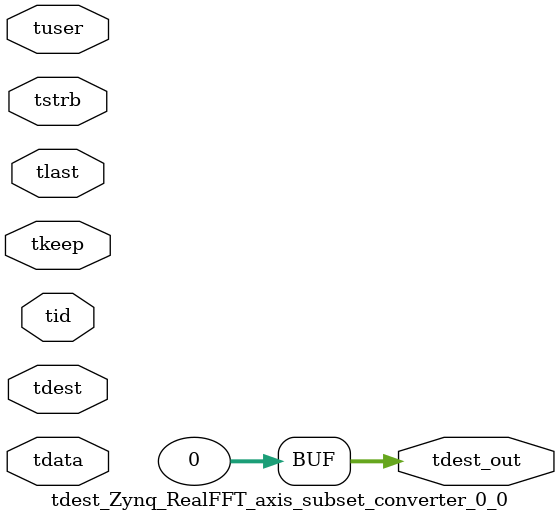
<source format=v>


`timescale 1ps/1ps

module tdest_Zynq_RealFFT_axis_subset_converter_0_0 #
(
parameter C_S_AXIS_TDATA_WIDTH = 32,
parameter C_S_AXIS_TUSER_WIDTH = 0,
parameter C_S_AXIS_TID_WIDTH   = 0,
parameter C_S_AXIS_TDEST_WIDTH = 0,
parameter C_M_AXIS_TDEST_WIDTH = 32
)
(
input  [(C_S_AXIS_TDATA_WIDTH == 0 ? 1 : C_S_AXIS_TDATA_WIDTH)-1:0     ] tdata,
input  [(C_S_AXIS_TUSER_WIDTH == 0 ? 1 : C_S_AXIS_TUSER_WIDTH)-1:0     ] tuser,
input  [(C_S_AXIS_TID_WIDTH   == 0 ? 1 : C_S_AXIS_TID_WIDTH)-1:0       ] tid,
input  [(C_S_AXIS_TDEST_WIDTH == 0 ? 1 : C_S_AXIS_TDEST_WIDTH)-1:0     ] tdest,
input  [(C_S_AXIS_TDATA_WIDTH/8)-1:0 ] tkeep,
input  [(C_S_AXIS_TDATA_WIDTH/8)-1:0 ] tstrb,
input                                                                    tlast,
output [C_M_AXIS_TDEST_WIDTH-1:0] tdest_out
);

assign tdest_out = {1'b0};

endmodule


</source>
